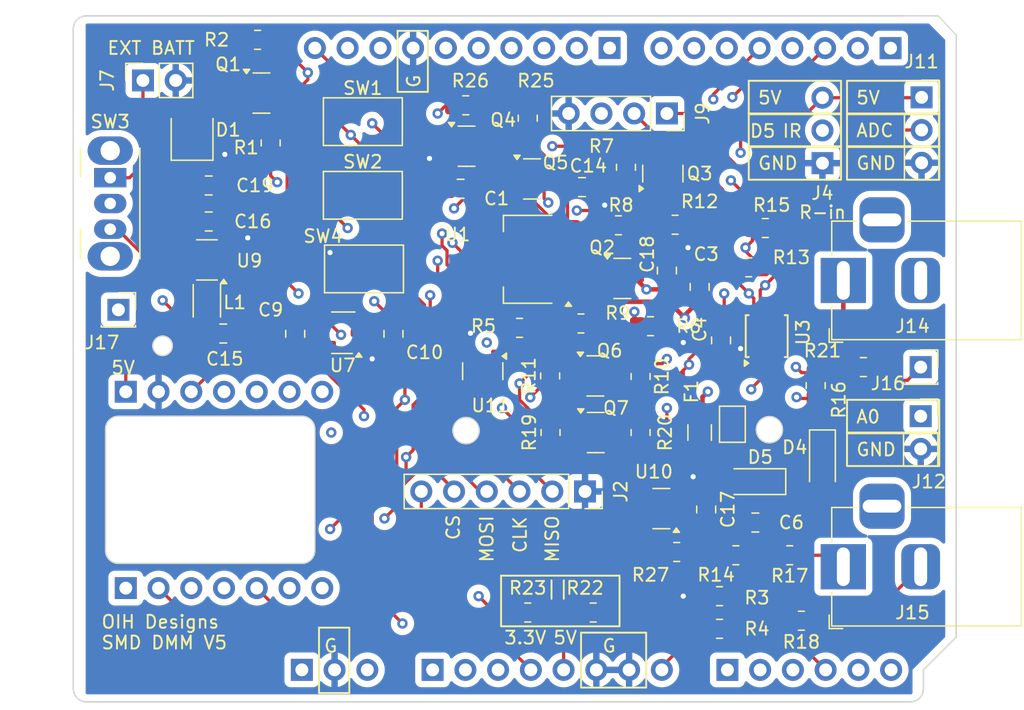
<source format=kicad_pcb>
(kicad_pcb (version 20240108) (generator "pcbnew") (generator_version "8.0")
  (layers (0 "F.Cu" signal) (1 "In1.Cu" signal) (2 "In2.Cu" signal) (31 "B.Cu" signal) (34 "B.Paste" user) (35 "F.Paste" user) (36 "B.SilkS" user "B.Silkscreen") (37 "F.SilkS" user "F.Silkscreen") (38 "B.Mask" user) (39 "F.Mask" user) (44 "Edge.Cuts" user))
  (net 0 "")
  (net 1 "GND")
  (net 2 "Resistor_Input")
  (net 3 "SDA")
  (net 4 "D6~")
  (net 5 "D7")
  (net 6 "+9V")
  (net 7 "SCL")
  (net 8 "V_Input_REF")
  (net 9 "V_Input_Float")
  (net 10 "ADS_ADDR")
  (net 11 "/V Ref to ADS")
  (net 12 "/R Circuit I Output")
  (net 13 "ADS_ALERT")
  (net 14 "/V Signal to ADS")
  (net 15 "A0{slash}D14")
  (net 16 "A2{slash}D16")
  (net 17 "D3~")
  (net 18 "VDD")
  (net 19 "I_Input")
  (net 20 "Net-(Q3-B)")
  (net 21 "D10~")
  (net 22 "D9~")
  (net 23 "D5~ (IR)")
  (net 24 "A1{slash}D15")
  (net 35 "Net-(Q1-C)")
  (net 36 "Net-(Q1-B)")
  (net 37 "Net-(Q2-G)")
  (net 38 "Net-(U1-VO)")
  (net 41 "A3{slash}D17")
  (net 42 "Net-(D1-A)")
  (net 43 "Net-(F1-Pad1)")
  (net 44 "+BATT")
  (net 45 "CS")
  (net 46 "Net-(Q4-C)")
  (net 47 "Net-(Q4-B)")
  (net 48 "Net-(Q5-E)")
  (net 49 "Net-(U7-C1-)")
  (net 50 "Net-(U7-C1+)")
  (net 51 "MISO")
  (net 52 "+3V3")
  (net 53 "Net-(U9-SW)")
  (net 54 "XIAO 5V")
  (net 55 "XIAO Batt Pin")
  (net 56 "MOSI")
  (net 57 "CLK")
  (net 58 "SDA-5V")
  (net 59 "SCL-5V")
  (net 60 "/R into ADS")
  (net 61 "+VSW")
  (net 62 "/Uno5vPin")
  (footprint "Capacitor_SMD:C_0805_2012Metric_Pad1.18x1.45mm_HandSolder" (layer "F.Cu") (at 128.660305 73.49413 90)
    (property "Reference" "C4")
    (property "Value" "0.1uF")
  )
  (footprint "Resistor_SMD:R_0805_2012Metric_Pad1.20x1.40mm_HandSolder" (layer "F.Cu") (at 128.54 95.88 180)
    (property "Reference" "R4")
    (property "Value" "100K")
  )
  (footprint "Connector_PinSocket_2.54mm:PinSocket_1x01_P2.54mm_Vertical" (layer "F.Cu") (at 144.145 75.565)
    (property "Reference" "J16")
    (property "Value" "Conn_01x01_Socket")
  )
  (footprint "Library:PinHeader_1x10_P2.54mm_Vertical_NoBox" (layer "F.Cu") (at 120.015 50.8 -90)
    (property "Reference" "J8" (hide yes))
    (property "Value" "DIGITAL2")
  )
  (footprint "Resistor_SMD:R_0805_2012Metric_Pad1.20x1.40mm_HandSolder" (layer "F.Cu") (at 125.095 64.516 180)
    (property "Reference" "R12")
    (property "Value" "75K")
  )
  (footprint "Resistor_SMD:R_0805_2012Metric_Pad1.20x1.40mm_HandSolder" (layer "F.Cu") (at 130.81 67.818)
    (property "Reference" "R13")
    (property "Value" "1K")
  )
  (footprint "Resistor_SMD:R_0805_2012Metric_Pad1.20x1.40mm_HandSolder" (layer "F.Cu") (at 125.222 89.916)
    (property "Reference" "R27")
    (property "Value" "4.7K")
  )
  (footprint "Package_TO_SOT_SMD:SOT-223-3_TabPin2" (layer "F.Cu") (at 113.69 67.19875 180)
    (property "Reference" "U1")
    (property "Value" "LM317_TO-220")
  )
  (footprint "Jumper:SolderJumper-2_P1.3mm_Bridged_Pad1.0x1.5mm" (layer "F.Cu") (at 129.54 80 90)
    (property "Reference" "JP6" (hide yes))
    (property "Value" "Jumper_2_Bridged")
  )
  (footprint "Capacitor_SMD:C_0805_2012Metric_Pad1.18x1.45mm_HandSolder" (layer "F.Cu") (at 88.9215 61.468)
    (property "Reference" "C19")
    (property "Value" "22uF")
  )
  (footprint "Resistor_SMD:R_0805_2012Metric_Pad1.20x1.40mm_HandSolder" (layer "F.Cu") (at 118.745 94.615 180)
    (property "Reference" "R22")
    (property "Value" "0")
  )
  (footprint "Resistor_SMD:R_0805_2012Metric_Pad1.20x1.40mm_HandSolder" (layer "F.Cu") (at 108.855 55.245 180)
    (property "Reference" "R26")
    (property "Value" "1K")
  )
  (footprint "Package_SO:TSSOP-10_3x3mm_P0.5mm" (layer "F.Cu") (at 132.200305 73.15913 90)
    (property "Reference" "U3")
    (property "Value" "ADS1115IDGS")
  )
  (footprint "Resistor_SMD:R_0805_2012Metric_Pad1.20x1.40mm_HandSolder" (layer "F.Cu") (at 134.89 95.25 180)
    (property "Reference" "R18")
    (property "Value" "499.0K")
  )
  (footprint "Library:PinHeader_1x06_P2.54mm_Vertical_NoBox" (layer "F.Cu") (at 129.151624 99.067665 90)
    (property "Reference" "J10" (hide yes))
    (property "Value" "ANALOG")
  )
  (footprint "Package_TO_SOT_SMD:SOT-23" (layer "F.Cu") (at 124.145 60.54625 90)
    (property "Reference" "Q3")
    (property "Value" "MMBT3904")
  )
  (footprint "Resistor_SMD:R_0805_2012Metric_Pad1.20x1.40mm_HandSolder" (layer "F.Cu") (at 129.81 90.17)
    (property "Reference" "R14")
    (property "Value" "22.0K")
  )
  (footprint "Resistor_SMD:R_0805_2012Metric_Pad1.20x1.40mm_HandSolder" (layer "F.Cu") (at 121.285 60.055 -90)
    (property "Reference" "R7")
    (property "Value" "22K")
  )
  (footprint "Package_TO_SOT_SMD:SOT-23" (layer "F.Cu") (at 124.0305 86.548 180)
    (property "Reference" "U10")
    (property "Value" "LM4040DBZ-2.5")
  )
  (footprint "Resistor_SMD:R_0805_2012Metric_Pad1.20x1.40mm_HandSolder" (layer "F.Cu") (at 128.54 93.345)
    (property "Reference" "R3")
    (property "Value" "22K")
  )
  (footprint "Connector_PinSocket_2.54mm:PinSocket_1x03_P2.54mm_Vertical" (layer "F.Cu") (at 144.215 54.625)
    (property "Reference" "J11")
    (property "Value" "I_Input")
  )
  (footprint "Resistor_SMD:R_0805_2012Metric_Pad1.20x1.40mm_HandSolder" (layer "F.Cu") (at 113.03 72.51875)
    (property "Reference" "R5")
    (property "Value" "62.0")
  )
  (footprint "Resistor_SMD:R_0805_2012Metric_Pad1.20x1.40mm_HandSolder" (layer "F.Cu") (at 117.795 72.17875)
    (property "Reference" "R9")
    (property "Value" "22.0K")
  )
  (footprint "Button_Switch_SMD:SW_SPST_CK_RS282G05A3" (layer "F.Cu") (at 100.965 67.945 180)
    (property "Reference" "SW4")
    (property "Value" "SW_Push")
  )
  (footprint "Resistor_SMD:R_0805_2012Metric_Pad1.20x1.40mm_HandSolder" (layer "F.Cu") (at 93.726 58.166 -90)
    (property "Reference" "R1")
    (property "Value" "500")
  )
  (footprint "Capacitor_SMD:C_0805_2012Metric_Pad1.18x1.45mm_HandSolder" (layer "F.Cu") (at 95.631 72.9805 -90)
    (property "Reference" "C9")
    (property "Value" "4.7uF")
  )
  (footprint "Resistor_SMD:R_0805_2012Metric_Pad1.20x1.40mm_HandSolder" (layer "F.Cu") (at 113.665 94.615 180)
    (property "Reference" "R23")
    (property "Value" "0")
  )
  (footprint "Button_Switch_SMD:SW_SPST_CK_RS282G05A3" (layer "F.Cu") (at 100.875 62.23)
    (property "Reference" "SW2")
    (property "Value" "SW_Push")
  )
  (footprint "Package_TO_SOT_SMD:SOT-23" (layer "F.Cu") (at 110.175 75.88 -90)
    (property "Reference" "U11")
    (property "Value" "LM4040DBZ-5")
  )
  (footprint "Button_Switch_SMD:SW_SPST_CK_RS282G05A3" (layer "F.Cu") (at 100.875 56.515)
    (property "Reference" "SW1")
    (property "Value" "SW_Push")
  )
  (footprint "Connector_PinSocket_2.54mm:PinSocket_1x02_P2.54mm_Vertical" (layer "F.Cu") (at 144.145 79.375)
    (property "Reference" "J12")
    (property "Value" "Conn_01x02_Pin")
  )
  (footprint "Resistor_SMD:R_0805_2012Metric_Pad1.20x1.40mm_HandSolder" (layer "F.Cu") (at 133.985 90.17 180)
    (property "Reference" "R17")
    (property "Value" "499.0K")
  )
  (footprint "Package_TO_SOT_SMD:SOT-23-5" (layer "F.Cu") (at 88.7785 67.244 180)
    (property "Reference" "U9")
    (property "Value" "TPS613222ADBV")
  )
  (footprint "Resistor_SMD:R_0805_2012Metric_Pad1.20x1.40mm_HandSolder" (layer "F.Cu") (at 122.42 76.295 -90)
    (property "Reference" "R10")
    (property "Value" "10K")
  )
  (footprint "Package_TO_SOT_SMD:SOT-23-5_HandSoldering" (layer "F.Cu") (at 99.361 72.898 180)
    (property "Reference" "U7")
    (property "Value" "MAX1683")
  )
  (footprint "Connector_BarrelJack:BarrelJack_Horizontal" (layer "F.Cu") (at 138.145 91.06 180)
    (property "Reference" "J15")
    (property "Value" "Barrel_Jack")
  )
  (footprint "Package_TO_SOT_SMD:SOT-23" (layer "F.Cu") (at 121.0025 68.68375)
    (property "Reference" "Q2")
    (property "Value" "SI2302 MOSFET")
  )
  (footprint "Capacitor_SMD:C_0805_2012Metric_Pad1.18x1.45mm_HandSolder" (layer "F.Cu") (at 131.318 87.63)
    (property "Reference" "C6")
    (property "Value" "? DNP")
  )
  (footprint "Connector_PinSocket_2.54mm:PinSocket_1x01_P2.54mm_Vertical" (layer "F.Cu") (at 81.915 71.12)
    (property "Reference" "J17")
    (property "Value" "Conn_01x01_Socket")
  )
  (footprint "Diode_SMD:D_SOD-123" (layer "F.Cu") (at 136.525 82.804 -90)
    (property "Reference" "D4")
    (property "Value" "D_Schottky")
  )
  (footprint "Resistor_SMD:R_0805_2012Metric_Pad1.20x1.40mm_HandSolder" (layer "F.Cu") (at 115.405 76.25 90)
    (property "Reference" "R11")
    (property "Value" "10K")
  )
  (footprint "Resistor_SMD:R_0805_2012Metric_Pad1.20x1.40mm_HandSolder" (layer "F.Cu") (at 123.19 72.39 180)
    (property "Reference" "R6")
    (property "Value" "330.0")
  )
  (footprint "Capacitor_SMD:C_0805_2012Metric_Pad1.18x1.45mm_HandSolder" (layer "F.Cu") (at 103.251 72.9805 90)
    (property "Reference" "C10")
    (property "Value" "4.7uF")
  )
  (footprint "Resistor_SMD:R_0805_2012Metric_Pad1.20x1.40mm_HandSolder" (layer "F.Cu") (at 136 77 90)
    (property "Reference" "R16")
    (property "Value" "1K")
  )
  (footprint "Package_TO_SOT_SMD:SOT-23" (layer "F.Cu") (at 118.9125 76.25)
    (property "Reference" "Q6")
    (property "Value" "BSS138")
  )
  (footprint "Resistor_SMD:R_0805_2012Metric_Pad1.20x1.40mm_HandSolder" (layer "F.Cu") (at 139.7 75.565)
    (property "Reference" "R21")
    (property "Value" "0")
  )
  (footprint "Package_TO_SOT_SMD:SOT-23" (layer "F.Cu") (at 93.0125 54.295)
    (property "Reference" "Q1")
    (property "Value" "MMBT3904" (hide yes))
  )
  (footprint "Library:PinHeader_1x08_P2.54mm_Vertical_NoBox" (layer "F.Cu") (at 106.287792 99.06511 90)
    (property "Reference" "J6" (hide yes))
    (property "Value" "POWER1")
  )
  (footprint "Fuse:Fuse_1206_3216Metric_Pad1.42x1.75mm_HandSolder" (layer "F.Cu") (at 127 80.645 -90)
    (property "Reference" "F1")
    (property "Value" "Fuse")
  )
  (footprint "Connector_PinSocket_2.54mm:PinSocket_1x07_P2.54mm_Vertical" (layer "F.Cu") (at 82.487996 92.719534 90)
    (property "Reference" "J3" (hide yes))
    (property "Value" "Conn_01x07_Pin")
  )
  (footprint "Diode_SMD:D_SOD-123" (layer "F.Cu") (at 131.318 84.455 180)
    (property "Reference" "D5")
    (property "Value" "D_Schottky")
  )
  (footprint "Resistor_SMD:R_0805_2012Metric_Pad1.20x1.40mm_HandSolder" (layer "F.Cu") (at 120.7 64.55875)
    (property "Reference" "R8")
    (property "Value" "4.7K")
  )
  (footprint "Library:PinHeader_1x08_P2.54mm_Vertical_NoBox" (layer "F.Cu") (at 141.809463 50.808987 -90)
    (property "Reference" "J13" (hide yes))
    (property "Value" "DIGITAL1")
  )
  (footprint "Connector_BarrelJack:BarrelJack_Horizontal" (layer "F.Cu") (at 138.145 68.835 180)
    (property "Reference" "J14")
    (property "Value" "Barrel_Jack")
  )
  (footprint "Capacitor_SMD:C_0805_2012Metric_Pad1.18x1.45mm_HandSolder" (layer "F.Cu") (at 108.458 61.722 180)
    (property "Reference" "C1")
    (property "Value" "0.47uF")
  )
  (footprint "Library:PinHeader_1x03_P2.54mm_Vertical_NoBox" (layer "F.Cu") (at 136.525 59.735 180)
    (property "Reference" "J4")
    (property "Value" "IR Connection")
  )
  (footprint "Capacitor_SMD:C_0805_2012Metric_Pad1.18x1.45mm_HandSolder" (layer "F.Cu") (at 127 69.342 90)
    (property "Reference" "C3")
    (property "Value" "2.2uF")
  )
  (footprint "Connector_PinSocket_2.54mm:PinSocket_1x02_P2.54mm_Vertical" (layer "F.Cu") (at 83.82 53.315 90)
    (property "Reference" "J7")
    (property "Value" "Conn_01x02_Pin")
  )
  (footprint "Resistor_SMD:R_0805_2012Metric_Pad1.20x1.40mm_HandSolder" (layer "F.Cu") (at 92.71 50.165 180)
    (property "Reference" "R2")
    (property "Value" "1K")
  )
  (footprint "Connector_PinSocket_2.54mm:PinSocket_1x07_P2.54mm_Vertical" (layer "F.Cu") (at 82.487996 77.479534 90)
    (property "Reference" "J1" (hide yes))
    (property "Value" "Conn_01x07_Pin")
  )
  (footprint "Resistor_SMD:R_0805_2012Metric_Pad1.20x1.40mm_HandSolder" (layer "F.Cu") (at 115.435 80.645 90)
    (property "Reference" "R19")
    (property "Value" "10K")
  )
  (footprint "Capacitor_SMD:C_0805_2012Metric_Pad1.18x1.45mm_HandSolder" (layer "F.Cu") (at 127.508 86.614 -90)
    (property "Reference" "C17")
    (property "Value" "0.1uF")
  )
  (footprint "Inductor_SMD:L_Murata_DFE201610P" (layer "F.Cu") (at 88.7785 70.419 90)
    (property "Reference" "L1")
    (property "Value" "2.2uH")
  )
  (footprint "Connector_PinSocket_2.54mm:PinSocket_1x04_P2.54mm_Vertical" (layer "F.Cu") (at 124.46 55.88 -90)
    (property "Reference" "J9")
    (property "Value" "Out to Screen")
  )
  (footprint "LED_SMD:LED_Luminus_MP-3030-1100_3.0x3.0mm" (layer "F.Cu") (at 87.63 57.89 90)
    (property "Reference" "D1")
    (property "Value" "LED")
  )
  (footprint "Resistor_SMD:R_0805_2012Metric_Pad1.20x1.40mm_HandSolder" (layer "F.Cu") (at 132.096 64.77 180)
    (property "Reference" "R15")
    (property "Value" "1K")
  )
  (footprint "Package_TO_SOT_SMD:SOT-23" (layer "F.Cu") (at 118.9425 80.645)
    (property "Reference" "Q7")
    (property "Value" "BSS138")
  )
  (footprint "Capacitor_SMD:C_0805_2012Metric_Pad1.18x1.45mm_HandSolder" (layer "F.Cu") (at 117.8775 61.595)
    (property "Reference" "C14")
    (property "Value" "2.2uF")
  )
  (footprint "Resistor_SMD:R_0805_2012Metric_Pad1.20x1.40mm_HandSolder" (layer "F.Cu") (at 122.42 80.645 90)
    (property "Reference" "R20")
    (property "Value" "10K")
  )
  (footprint "Package_TO_SOT_SMD:SOT-23" (layer "F.Cu") (at 108.9175 58.42)
    (property "Reference" "Q4")
    (property "Value" "MMBT3904")
  )
  (footprint "Capacitor_SMD:C_0805_2012Metric_Pad1.18x1.45mm_HandSolder" (layer "F.Cu") (at 90.0485 72.959)
    (property "Reference" "C15")
    (property "Value" "4.7uF")
  )
  (footprint "Connector_PinSocket_2.54mm:PinSocket_1x06_P2.54mm_Vertical" (layer "F.Cu") (at 118.11 85.217 -90)
    (property "Reference" "J2")
    (property "Value" "MicoSD")
  )
  (footprint "Package_TO_SOT_SMD:SOT-23" (layer "F.Cu") (at 113.9975 60.96)
    (property "Reference" "Q5")
    (property "Value" "MMBT3904")
  )
  (footprint "Button_Switch_THT:SW_Slide_SPDT_Angled_CK_OS102011MA1Q" (layer "F.Cu") (at 81.28 60.865 -90)
    (property "Reference" "SW3")
    (property "Value" "SW_SPDT")
  )
  (footprint "Library:PinHeader_1x03_P2.54mm_Vertical_NoBox" (layer "F.Cu") (at 96.143981 99.063151 90)
    (property "Reference" "J5" (hide yes))
    (property "Value" "POWER2")
  )
  (footprint "Capacitor_SMD:C_0805_2012Metric_Pad1.18x1.45mm_HandSolder" (layer "F.Cu") (at 88.9215 64.262)
    (property "Reference" "C16")
    (property "Value" "22uF")
  )
  (footprint "Capacitor_SMD:C_0805_2012Metric_Pad1.18x1.45mm_HandSolder" (layer "F.Cu") (at 124.46 68.072 90)
    (property "Reference" "C18")
    (property "Value" "1uF")
  )
  (footprint "Resistor_SMD:R_0805_2012Metric_Pad1.20x1.40mm_HandSolder" (layer "F.Cu") (at 113.665 56.245 -90)
    (property "Reference" "R25")
    (property "Value" "1K")
  )
  (gr_rect (start 138.43 78.105) (end 145.585 80.705) (stroke (width 0.15)) (fill none) (layer "F.SilkS"))
  (gr_rect (start 111.597402 91.752692) (end 120.786111 95.683458) (stroke (width 0.15)) (fill none) (layer "F.SilkS"))
  (gr_rect (start 103.567758 49.467044) (end 105.91855 54.201136) (stroke (width 0.15)) (fill none) (layer "F.SilkS"))
  (gr_rect (start 130.81 53.34) (end 137.965 55.94) (stroke (width 0.15)) (fill none) (layer "F.SilkS"))
  (gr_rect (start 138.43 80.645) (end 145.585 83.245) (stroke (width 0.15)) (fill none) (layer "F.SilkS"))
  (gr_rect (start 117.800432 96.176612) (end 122.849754 100.44112) (stroke (width 0.15)) (fill none) (layer "F.SilkS"))
  (gr_rect (start 97.477467 95.788603) (end 99.825034 100.86181) (stroke (width 0.15)) (fill none) (layer "F.SilkS"))
  (gr_rect (start 130.81 58.42) (end 137.965 61.02) (stroke (width 0.15)) (fill none) (layer "F.SilkS"))
  (gr_rect (start 138.43 53.34) (end 145.585 55.94) (stroke (width 0.15)) (fill none) (layer "F.SilkS"))
  (gr_rect (start 138.43 55.88) (end 145.585 58.48) (stroke (width 0.15)) (fill none) (layer "F.SilkS"))
  (gr_rect (start 130.81 55.88) (end 137.965 58.48) (stroke (width 0.15)) (fill none) (layer "F.SilkS"))
  (gr_rect (start 138.43 58.42) (end 145.585 61.02) (stroke (width 0.15)) (fill none) (layer "F.SilkS"))
  (gr_line (start 79.155572 48.342318) (end 79.409482 48.3) (stroke (width 0.12)) (layer "Edge.Cuts"))
  (gr_arc (start 80.915 80.375) (mid 81.207893 79.667893) (end 81.915 79.375) (stroke (width 0.1)) (layer "Edge.Cuts"))
  (gr_line (start 78.711229 48.596228) (end 78.922821 48.448114) (stroke (width 0.12)) (layer "Edge.Cuts"))
  (gr_line (start 78.922821 101.423045) (end 78.711229 101.253771) (stroke (width 0.12)) (layer "Edge.Cuts"))
  (gr_circle (center 85.344 73.914) (end 86.106 73.914) (stroke (width 0.1)) (fill none) (layer "Edge.Cuts"))
  (gr_line (start 146.899617 96.521794) (end 144.360514 99.060897) (stroke (width 0.12)) (layer "Edge.Cuts"))
  (gr_line (start 79.409482 48.3) (end 142.837052 48.3) (stroke (width 0.12)) (layer "Edge.Cuts"))
  (gr_line (start 79.155572 101.507681) (end 78.922821 101.423045) (stroke (width 0.12)) (layer "Edge.Cuts"))
  (gr_line (start 144.318196 100.809428) (end 144.233559 101.042179) (stroke (width 0.12)) (layer "Edge.Cuts"))
  (gr_line (start 144.233559 101.042179) (end 144.064285 101.253771) (stroke (width 0.12)) (layer "Edge.Cuts"))
  (gr_line (start 143.852694 101.423045) (end 143.619942 101.507681) (stroke (width 0.12)) (layer "Edge.Cuts"))
  (gr_line (start 78.415 49.315641) (end 78.457318 49.040571) (stroke (width 0.12)) (layer "Edge.Cuts"))
  (gr_line (start 144.360514 99.060897) (end 144.360514 100.555518) (stroke (width 0.12)) (layer "Edge.Cuts"))
  (gr_line (start 97.155 80.375) (end 97.155 89.805) (stroke (width 0.1)) (layer "Edge.Cuts"))
  (gr_line (start 145.5 48.3) (end 146.9 49.8) (stroke (width 0.1)) (layer "Edge.Cuts"))
  (gr_arc (start 81.915 90.805) (mid 81.207893 90.512107) (end 80.915 89.805) (stroke (width 0.1)) (layer "Edge.Cuts"))
  (gr_line (start 78.457318 100.809428) (end 78.415 100.555518) (stroke (width 0.12)) (layer "Edge.Cuts"))
  (gr_line (start 143.619942 101.507681) (end 143.366032 101.55) (stroke (width 0.12)) (layer "Edge.Cuts"))
  (gr_arc (start 96.155 79.375) (mid 96.862107 79.667893) (end 97.155 80.375) (stroke (width 0.1)) (layer "Edge.Cuts"))
  (gr_line (start 144.064285 101.253771) (end 143.852694 101.423045) (stroke (width 0.12)) (layer "Edge.Cuts"))
  (gr_line (start 78.711229 101.253771) (end 78.541955 101.042179) (stroke (width 0.12)) (layer "Edge.Cuts"))
  (gr_line (start 79.409482 101.55) (end 79.155572 101.507681) (stroke (width 0.12)) (layer "Edge.Cuts"))
  (gr_circle (center 108.880463 80.491437) (end 109.866264 80.21633) (stroke (width 0.1)) (fill none) (layer "Edge.Cuts"))
  (gr_line (start 81.915 90.805) (end 96.155 90.805) (stroke (width 0.1)) (layer "Edge.Cuts"))
  (gr_line (start 144.360514 100.555518) (end 144.318196 100.809428) (stroke (width 0.12)) (layer "Edge.Cuts"))
  (gr_line (start 78.415 100.555518) (end 78.415 49.315641) (stroke (width 0.12)) (layer "Edge.Cuts"))
  (gr_line (start 96.155 79.375) (end 81.915 79.375) (stroke (width 0.1)) (layer "Edge.Cuts"))
  (gr_circle (center 132.410332 80.422661) (end 133.396133 80.147554) (stroke (width 0.1)) (fill none) (layer "Edge.Cuts"))
  (gr_line (start 143.366032 101.55) (end 79.409482 101.55) (stroke (width 0.12)) (layer "Edge.Cuts"))
  (gr_line (start 78.541955 48.80782) (end 78.711229 48.596228) (stroke (width 0.12)) (layer "Edge.Cuts"))
  (gr_line (start 78.541955 101.042179) (end 78.457318 100.809428) (stroke (width 0.12)) (layer "Edge.Cuts"))
  (gr_arc (start 97.155 89.805) (mid 96.862107 90.512107) (end 96.155 90.805) (stroke (width 0.1)) (layer "Edge.Cuts"))
  (gr_line (start 80.915 89.805) (end 80.915 80.375) (stroke (width 0.1)) (layer "Edge.Cuts"))
  (gr_line (start 146.9 49.8) (end 146.899617 63.788527) (stroke (width 0.1)) (layer "Edge.Cuts"))
  (gr_line (start 78.922821 48.448114) (end 79.155572 48.342318) (stroke (width 0.12)) (layer "Edge.Cuts"))
  (gr_line (start 78.457318 49.040571) (end 78.541955 48.80782) (stroke (width 0.12)) (layer "Edge.Cuts"))
  (gr_line (start 142.837052 48.3) (end 145.5 48.3) (stroke (width 0.1)) (layer "Edge.Cuts"))
  (gr_line (start 146.899617 63.788527) (end 146.899617 96.521794) (stroke (width 0.12)) (layer "Edge.Cuts"))
  (gr_text "CS" (at 107.887744 88.00333 90) (layer "F.SilkS") (effects (font (size 1 1))))
  (gr_text "ADC" (at 139.065 57.785 0) (layer "F.SilkS") (effects (font (size 1 1)) (justify left bottom)))
  (gr_text "IR" (at 133.35 57.83 0) (layer "F.SilkS") (effects (font (size 1 1)) (justify left bottom)))
  (gr_text "G" (at 97.79 97.79 0) (layer "F.SilkS") (effects (font (size 1 1)) (justify left bottom)))
  (gr_text "5V" (at 81.28 76.2 0) (layer "F.SilkS") (effects (font (size 1 1)) (justify left bottom)))
  (gr_text "||" (at 114.935 93.345 0) (layer "F.SilkS") (effects (font (size 1 1)) (justify left bottom)))
  (gr_text "GND" (at 131.445 60.325 0) (layer "F.SilkS") (effects (font (size 1 1)) (justify left bottom)))
  (gr_text "G" (at 105.41 53.975 90) (layer "F.SilkS") (effects (font (size 1 1)) (justify left bottom)))
  (gr_text "R-in" (at 134.62 64.135 0) (layer "F.SilkS") (effects (font (size 1 1)) (justify left bottom)))
  (gr_text "5V" (at 139.065 55.245 0) (layer "F.SilkS") (effects (font (size 1 1)) (justify left bottom)))
  (gr_text "CLK" (at 113.068933 88.576471 90) (layer "F.SilkS") (effects (font (size 1 1))))
  (gr_text "GND" (at 139.065 82.55 0) (layer "F.SilkS") (effects (font (size 1 1)) (justify left bottom)))
  (gr_text "5V" (at 131.445 55.245 0) (layer "F.SilkS") (effects (font (size 1 1)) (justify left bottom)))
  (gr_text "MOSI" (at 110.49 88.9 90) (layer "F.SilkS") (effects (font (size 1 1))))
  (gr_text "G" (at 119.38 97.79 0) (layer "F.SilkS") (effects (font (size 1 1)) (justify left bottom)))
  (gr_text "A0" (at 139.065 80.01 0) (layer "F.SilkS") (effects (font (size 1 1)) (justify left bottom)))
  (gr_text "3.3V" (at 111.76 97.155 0) (layer "F.SilkS") (effects (font (size 1 1)) (justify left bottom)))
  (gr_text "MISO" (at 115.57 88.9 90) (layer "F.SilkS") (effects (font (size 1 1))))
  (gr_text "EXT BATT" (at 84.455 50.8 0) (layer "F.SilkS") (effects (font (size 1 1))))
  (gr_text "GND" (at 139.065 60.325 0) (layer "F.SilkS") (effects (font (size 1 1)) (justify left bottom)))
  (gr_text "5V" (at 115.57 97.155 0) (layer "F.SilkS") (effects (font (size 1 1)) (justify left bottom)))
  (gr_text "OIH Designs\nSMD DMM V5" (at 80.518 97.536 0) (layer "F.SilkS") (effects (font (size 1 1)) (justify left bottom)))
  (gr_text "D5" (at 130.81 57.83 0) (layer "F.SilkS") (effects (font (size 1 1)) (justify left bottom)))
  (segment (start 104.775 58.36) (end 105.785 59.37) (width 0.25) (layer "F.Cu") (net 1))
  (segment (start 87.63 58.465) (end 89.58 58.465) (width 0.25) (layer "F.Cu") (net 1))
  (segment (start 130.175 74.12913) (end 131.845305 74.12913) (width 0.25) (layer "F.Cu") (net 1))
  (segment (start 125.73 73.66) (end 125.46 73.66) (width 0.25) (layer "F.Cu") (net 1))
  (segment (start 107.5475 61.8275) (end 107.5475 59.8025) (width 0.25) (layer "F.Cu") (net 1))
  (segment (start 127.508 85.09) (end 126.492 84.074) (width 0.25) (layer "F.Cu") (net 1))
  (segment (start 125.46 73.66) (end 124.19 72.39) (width 0.25) (layer "F.Cu") (net 1))
  (segment (start 124.018 86.548) (end 124.968 85.598) (width 0.25) (layer "F.Cu") (net 1))
  (segment (start 89.58 58.465) (end 90.17 59.055) (width 0.25) (layer "F.Cu") (net 1))
  (segment (start 87.63 58.465) (end 87.23 58.465) (width 0.25) (layer "F.Cu") (net 1))
  (segment (start 125.095 62.73375) (end 126.095 63.73375) (width 0.25) (layer "F.Cu") (net 1))
  (segment (start 104.865 62.32) (end 104.775 62.23) (width 0.25) (layer "F.Cu") (net 1))
  (segment (start 129.062805 74.12913) (end 128.660305 74.53163) (width 0.25) (layer "F.Cu") (net 1))
  (segment (start 125.2005 66.294) (end 124.46 67.0345) (width 0.25) (layer "F.Cu") (net 1))
  (segment (start 123.093 86.548) (end 124.018 86.548) (width 0.25) (layer "F.Cu") (net 1))
  (segment (start 128.0575 82.1325) (end 129.54 80.65) (width 0.25) (layer "F.Cu") (net 1))
  (segment (start 109.225 73.02) (end 109.225 72.935) (width 0.25) (layer "F.Cu") (net 1))
  (segment (start 109.225 73.03) (end 109.22 73.025) (width 0.25) (layer "F.Cu") (net 1))
  (segment (start 104.775 62.23) (end 106.9125 62.23) (width 0.25) (layer "F.Cu") (net 1))
  (segment (start 109.225 74.9425) (end 109.225 73.03) (width 0.25) (layer "F.Cu") (net 1))
  (segment (start 127.508 85.5765) (end 127.508 85.09) (width 0.25) (layer "F.Cu") (net 1))
  (segment (start 110.175 76.8175) (end 110.175 75.8925) (width 0.25) (layer "F.Cu") (net 1))
  (segment (start 104.775 57.15) (end 104.775 58.36) (width 0.25) (layer "F.Cu") (net 1))
  (segment (start 106.045 59.37) (end 105.785 59.37) (width 0.25) (layer "F.Cu") (net 1))
  (segment (start 127 83.566) (end 127 82.1325) (width 0.25) (layer "F.Cu") (net 1))
  (segment (start 125.095 61.48375) (end 125.095 62.73375) (width 0.25) (layer "F.Cu") (net 1))
  (segment (start 126.095 63.73375) (end 126.095 67.3995) (width 0.25) (layer "F.Cu") (net 1))
  (segment (start 130.175 74.12913) (end 129.062805 74.12913) (width 0.25) (layer "F.Cu") (net 1))
  (segment (start 107.5475 59.8025) (end 107.98 59.37) (width 0.25) (layer "F.Cu") (net 1))
  (segment (start 110.175 75.8925) (end 109.225 74.9425) (width 0.25) (layer "F.Cu") (net 1))
  (segment (start 131.845305 74.12913) (end 132.200305 74.48413) (width 0.25) (layer "F.Cu") (net 1))
  (segment (start 127 82.1325) (end 128.0575 82.1325) (width 0.25) (layer "F.Cu") (net 1))
  (segment (start 109.22 73.025) (end 109.225 73.02) (width 0.25) (layer "F.Cu") (net 1))
  (segment (start 118.915 61.595) (end 118.915 62.273) (width 0.25) (layer "F.Cu") (net 1))
  (segment (start 126.492 84.074) (end 124.968 85.598) (width 0.25) (layer "F.Cu") (net 1))
  (segment (start 106.9125 62.23) (end 107.4205 61.722) (width 0.25) (layer "F.Cu") (net 1))
  (segment (start 126.095 66.294) (end 125.2005 66.294) (width 0.25) (layer "F.Cu") (net 1))
  (segment (start 118.915 62.273) (end 119.634 62.992) (width 0.25) (layer "F.Cu") (net 1))
  (segment (start 102.339 74.93) (end 103.251 74.018) (width 0.25) (layer "F.Cu") (net 1))
  (segment (start 125.73 93.345) (end 127.54 93.345) (width 0.25) (layer "F.Cu") (net 1))
  (segment (start 132.200305 74.48413) (end 132.200305 75.30913) (width 0.25) (layer "F.Cu") (net 1))
  (segment (start 126.095 67.3995) (end 127 68.3045) (width 0.25) (layer "F.Cu") (net 1))
  (segment (start 103.081 73.848) (end 103.251 74.018) (width 0.25) (layer "F.Cu") (net 1))
  (segment (start 98.335 66.675) (end 97.065 67.945) (width 0.25) (layer "F.Cu") (net 1))
  (segment (start 129.54 80.65) (end 130 80.65) (width 0.25) (layer "F.Cu") (net 1))
  (segment (start 107.98 59.37) (end 106.045 59.37) (width 0.25) (layer "F.Cu") (net 1))
  (segment (start 129.668 84.455) (end 128.6295 84.455) (width 0.25) (layer "F.Cu") (net 1))
  (segment (start 100.711 73.848) (end 103.081 73.848) (width 0.25) (layer "F.Cu") (net 1))
  (segment (start 103.294 73.975) (end 103.251 74.018) (width 0.25) (layer "F.Cu") (net 1))
  (segment (start 126.492 84.074) (end 127 83.566) (width 0.25) (layer "F.Cu") (net 1))
  (segment (start 101.6 74.93) (end 102.339 74.93) (width 0.25) (layer "F.Cu") (net 1))
  (segment (start 128.6295 84.455) (end 127.508 85.5765) (width 0.25) (layer "F.Cu") (net 1))
  (via (at 106.045 59.37) (size 0.8) (drill 0.4) (layers "F.Cu" "B.Cu") (net 1))
  (via (at 125.73 93.345) (size 0.8) (drill 0.4) (layers "F.Cu" "B.Cu") (net 1))
  (via (at 91.948 65.532) (size 0.8) (drill 0.4) (layers "F.Cu" "B.Cu") (net 1))
  (via (at 90.17 59.055) (size 0.8) (drill 0.4) (layers "F.Cu" "B.Cu") (net 1))
  (via (at 101.6 74.93) (size 0.8) (drill 0.4) (layers "F.Cu" "B.Cu") (net 1))
  (via (at 125.73 73.66) (size 0.8) (drill 0.4) (layers "F.Cu" "B.Cu") (net 1))
  (via (at 126.492 84.074) (size 0.8) (drill 0.4) (layers "F.Cu" "B.Cu") (net 1))
  (via (at 119.634 62.992) (size 0.8) (drill 0.4) (layers "F.Cu" "B.Cu") (net 1))
  (via (at 98.335 66.675) (size 0.8) (drill 0.4) (layers "F.Cu" "B.Cu") (net 1))
  (via (at 109.225 72.935) (size 0.8) (drill 0.4) (layers "F.Cu" "B.Cu") (net 1))
  (via (at 130.175 74.12913) (size 0.8) (drill 0.4) (layers "F.Cu" "B.Cu") (net 1))
  (via (at 126.095 66.294) (size 0.8) (drill 0.4) (layers "F.Cu" "B.Cu") (net 1))
  (segment (start 118.795 70.90375) (end 118.795 72.17875) (width 0.35) (layer "F.Cu") (net 2))
  (segment (start 124.594875 70.492875) (end 120.924125 70.492875) (width 0.35) (layer "F.Cu") (net 2))
  (segment (start 138.145 73.01) (end 138.145 68.835) (width 0.35) (layer "F.Cu") (net 2))
  (segment (start 125.857 71.755) (end 124.594875 70.492875) (width 0.35) (layer "F.Cu") (net 2))
  (segment (start 120.924125 70.492875) (end 120.065 69.63375) (width 0.35) (layer "F.Cu") (net 2))
  (segment (start 138.5375 68.835) (end 138.605 68.9025) (width 0.35) (layer "F.Cu") (net 2))
  (segment (start 138.145 68.835) (end 138.5375 68.835) (width 0.35) (layer "F.Cu") (net 2))
  (segment (start 125.857 71.5225) (end 127 70.3795) (width 0.35) (layer "F.Cu") (net 2))
  (segment (start 120.065 69.63375) (end 118.795 70.90375) (width 0.35) (layer "F.Cu") (net 2))
  (segment (start 140.7 75.565) (end 138.145 73.01) (width 0.35) (layer "F.Cu") (net 2))
  (segment (start 125.857 71.755) (end 125.857 71.5225) (width 0.35) (layer "F.Cu") (net 2))
  (via (at 125.857 71.755) (size 0.8) (drill 0.4) (layers "F.Cu" "B.Cu") (net 2))
  (segment (start 103.505 83.946302) (end 101.6 85.851302) (width 0.25) (layer "F.Cu") (net 3))
  (segment (start 102.362 68.732229) (end 102.362 57.404) (width 0.25) (layer "F.Cu") (net 3))
  (segment (start 104.14 75.397996) (end 104.751 74.786996) (width 0.25) (layer "F.Cu") (net 3))
  (segment (start 104.751 74.786996) (end 104.751 71.121229) (width 0.25) (layer "F.Cu") (net 3))
  (segment (start 114.575 81.645) (end 115.435 81.645) (width 0.25) (layer "F.Cu") (net 3))
  (segment (start 98.298 94.234) (end 94.162462 94.234) (width 0.25) (layer "F.Cu") (net 3))
  (segment (start 94.162462 94.234) (end 92.647996 92.719534) (width 0.25) (layer "F.Cu") (net 3))
  (segment (start 115.435 81.645) (end 117.955 81.645) (width 0.25) (layer "F.Cu") (net 3))
  (segment (start 104.14 78.105) (end 103.505 78.74) (width 0.25) (layer "F.Cu") (net 3))
  (segment (start 103.505 78.74) (end 103.505 83.946302) (width 0.25) (layer "F.Cu") (net 3))
  (segment (start 111.67 78.74) (end 114.575 81.645) (width 0.25) (layer "F.Cu") (net 3))
  (segment (start 104.751 71.121229) (end 102.362 68.732229) (width 0.25) (layer "F.Cu") (net 3))
  (segment (start 117.955 81.645) (end 118.005 81.595) (width 0.25) (layer "F.Cu") (net 3))
  (segment (start 104.14 78.105) (end 104.14 75.397996) (width 0.25) (layer "F.Cu") (net 3))
  (segment (start 101.6 85.851302) (end 101.6 90.932) (width 0.25) (layer "F.Cu") (net 3))
  (segment (start 101.6 90.932) (end 98.298 94.234) (width 0.25) (layer "F.Cu") (net 3))
  (segment (start 102.362 57.404) (end 101.6 56.642) (width 0.25) (layer "F.Cu") (net 3))
  (via (at 104.14 78.105) (size 0.8) (drill 0.4) (layers "F.Cu" "B.Cu") (net 3))
  (via (at 101.6 56.642) (size 0.8) (drill 0.4) (layers "F.Cu" "B.Cu") (net 3))
  (via (at 111.67 78.74) (size 0.8) (drill 0.4) (layers "F.Cu" "B.Cu") (net 3))
  (segment (start 95.005 54.855) (end 96.61 53.25) (width 0.25) (layer "F.Cu") (net 4))
  (segment (start 94.07 50.165) (end 96.61 52.705) (width 0.25) (layer "F.Cu") (net 4))
  (segment (start 95.885 69.85) (end 95.005 68.97) (width 0.25) (layer "F.Cu") (net 4))
  (segment (start 95.005 68.97) (end 95.005 54.855) (width 0.25) (layer "F.Cu") (net 4))
  (segment (start 93.71 50.165) (end 94.07 50.165) (width 0.25) (layer "F.Cu") (net 4))
  (segment (start 96.61 53.25) (end 96.61 52.705) (width 0.25) (layer "F.Cu") (net 4))
  (via (at 95.885 69.85) (size 0.8) (drill 0.4) (layers "F.Cu" "B.Cu") (net 4))
  (via (at 96.61 52.705) (size 0.8) (drill 0.4) (layers "F.Cu" "B.Cu") (net 4))
  (segment (start 118.745 59.055) (end 121.285 59.055) (width 0.25) (layer "F.Cu") (net 5))
  (segment (start 115.57 58.42) (end 118.11 58.42) (width 0.25) (layer "F.Cu") (net 5))
  (segment (start 118.11 58.42) (end 118.745 59.055) (width 0.25) (layer "F.Cu") (net 5))
  (via (at 115.57 58.42) (size 0.8) (drill 0.4) (layers "F.Cu" "B.Cu") (net 5))
  (segment (start 117.475 63.41) (end 118.55125 63.41) (width 0.25) (layer "F.Cu") (net 6))
  (segment (start 101.76 70.452) (end 103.251 71.943) (width 0.25) (layer "F.Cu") (net 6))
  (segment (start 109.6225 61.8275) (end 109.3685 61.8275) (width 0.25) (layer "F.Cu") (net 6))
  (segment (start 113.665 57.845) (end 114.935 59.115) (width 0.25) (layer "F.Cu") (net 6))
  (segment (start 114.935 59.115) (end 114.935 60.96) (width 0.25) (layer "F.Cu") (net 6))
  (segment (start 118.55125 63.41) (end 119.7 64.55875) (width 0.25) (layer "F.Cu") (net 6))
  (segment (start 100.711 72.898) (end 102.296 72.898) (width 0.25) (layer "F.Cu") (net 6))
  (segment (start 109.6225 61.8275) (end 110.49 60.96) (width 0.25) (layer "F.Cu") (net 6))
  (segment (start 102.296 72.898) (end 103.251 71.943) (width 0.25) (layer "F.Cu") (net 6))
  (segment (start 115.257152 62.796848) (end 114.935 62.474696) (width 0.25) (layer "F.Cu") (net 6))
  (segment (start 109.3685 61.8275) (end 107.95 63.246) (width 0.25) (layer "F.Cu") (net 6))
  (segment (start 113.665 57.245) (end 113.665 57.845) (width 0.25) (layer "F.Cu") (net 6))
  (segment (start 110.49 60.96) (end 114.935 60.96) (width 0.25) (layer "F.Cu") (net 6))
  (segment (start 114.935 62.474696) (end 114.935 60.96) (width 0.25) (layer "F.Cu") (net 6))
  (via (at 117.475 63.41) (size 0.8) (drill 0.4) (layers "F.Cu" "B.Cu") (net 6))
  (via (at 101.76 70.452) (size 0.8) (drill 0.4) (layers "F.Cu" "B.Cu") (net 6))
  (via (at 115.257152 62.796848) (size 0.8) (drill 0.4) (layers "F.Cu" "B.Cu") (net 6))
  (via (at 107.95 63.246) (size 0.8) (drill 0.4) (layers "F.Cu" "B.Cu") (net 6))
  (segment (start 115.405 77.25) (end 117.925 77.25) (width 0.25) (layer "F.Cu") (net 7))
  (segment (start 105.201 78.069305) (end 105.201 70.934833) (width 0.25) (layer "F.Cu") (net 7))
  (segment (start 104.23 82.55) (end 104.23 83.857698) (width 0.25) (layer "F.Cu") (net 7))
  (segment (start 102.87 68.603833) (end 102.87 56.515) (width 0.25) (layer "F.Cu") (net 7))
  (segment (start 103.32 84.767698) (end 103.32 86.545) (width 0.25) (layer "F.Cu") (net 7))
  (segment (start 104.23 82.55) (end 104.775 82.005) (width 0.25) (layer "F.Cu") (net 7))
  (segment (start 104.775 78.495305) (end 105.201 78.069305) (width 0.25) (layer "F.Cu") (net 7))
  (segment (start 115.405 77.25) (end 114.52 77.25) (width 0.25) (layer "F.Cu") (net 7))
  (segment (start 105.201 70.934833) (end 102.87 68.603833) (width 0.25) (layer "F.Cu") (net 7))
  (segment (start 114.52 77.25) (end 113.860153 77.909847) (width 0.25) (layer "F.Cu") (net 7))
  (segment (start 104.775 82.005) (end 104.775 78.495305) (width 0.25) (layer "F.Cu") (net 7))
  (segment (start 104.23 83.857698) (end 103.32 84.767698) (width 0.25) (layer "F.Cu") (net 7))
  (segment (start 117.925 77.25) (end 117.975 77.2) (width 0.25) (layer "F.Cu") (net 7))
  (segment (start 102.87 56.515) (end 97.155 50.8) (width 0.25) (layer "F.Cu") (net 7))
  (segment (start 103.32 86.545) (end 102.5525 87.3125) (width 0.25) (layer "F.Cu") (net 7))
  (via (at 102.5525 87.3125) (size 0.8) (drill 0.4) (layers "F.Cu" "B.Cu") (net 7))
  (via (at 104.23 82.55) (size 0.8) (drill 0.4) (layers "F.Cu" "B.Cu") (net 7))
  (via (at 113.860153 77.909847) (size 0.8) (drill 0.4) (layers "F.Cu" "B.Cu") (net 7))
  (segment (start 139.955 95.25) (end 144.145 91.06) (width 0.25) (layer "F.Cu") (net 8))
  (segment (start 135.89 95.25) (end 139.955 95.25) (width 0.25) (layer "F.Cu") (net 8))
  (segment (start 137.255 90.17) (end 138.145 91.06) (width 0.25) (layer "F.Cu") (net 9))
  (segment (start 134.985 90.17) (end 137.255 90.17) (width 0.25) (layer "F.Cu") (net 9))
  (segment (start 129.54 79.24) (end 129.65 79.35) (width 0.25) (layer "F.Cu") (net 10))
  (segment (start 129.54 76.969435) (end 129.54 79.24) (width 0.25) (layer "F.Cu") (net 10))
  (segment (start 131.200305 75.30913) (end 129.54 76.969435) (width 0.25) (layer "F.Cu") (net 10))
  (segment (start 126.222 89.916) (end 126.222 88.945) (width 0.25) (layer "F.Cu") (net 11))
  (segment (start 130.2805 86.36) (end 130.2805 88.6995) (width 0.25) (layer "F.Cu") (net 11))
  (segment (start 130.81 85.8305) (end 130.2805 86.36) (width 0.25) (layer "F.Cu") (net 11))
  (segment (start 133.89 95.25) (end 128.81 90.17) (width 0.25) (layer "F.Cu") (net 11))
  (segment (start 130.2805 88.6995) (end 128.81 90.17) (width 0.25) (layer "F.Cu") (net 11))
  (segment (start 126.1845 89.916) (end 128.3235 89.916) (width 0.25) (layer "F.Cu") (net 11))
  (segment (start 126.222 88.945) (end 124.9285 87.6515) (width 0.25) (layer "F.Cu") (net 11))
  (segment (start 132.700305 75.30913) (end 132.700305 77.484695) (width 0.25) (layer "F.Cu") (net 11))
  (segment (start 126.1685 89.932) (end 126.1845 89.916) (width 0.25) (layer "F.Cu") (net 11))
  (segment (start 128.3235 89.916) (end 128.7565 90.349) (width 0.25) (layer "F.Cu") (net 11))
  (segment (start 132.700305 77.484695) (end 130.81 79.375) (width 0.25) (layer "F.Cu") (net 11))
  (segment (start 124.9285 87.6515) (end 127.508 87.6515) (width 0.25) (layer "F.Cu") (net 11))
  (segment (start 130.81 79.375) (end 130.81 85.8305) (width 0.25) (layer "F.Cu") (net 11))
  (segment (start 124.037 69.5325) (end 124.46 69.1095) (width 0.35) (layer "F.Cu") (net 12))
  (segment (start 111.60625 74.9425) (end 111.125 74.9425) (width 0.35) (layer "F.Cu") (net 12))
  (segment (start 121.94 71.267875) (end 121.94 72.60125) (width 0.35) (layer "F.Cu") (net 12))
  (segment (start 117.87 73.25375) (end 116.795 72.17875) (width 0.35) (layer "F.Cu") (net 12))
  (segment (start 122.8725 69.5325) (end 122.02375 68.68375) (width 0.35) (layer "F.Cu") (net 12))
  (segment (start 121.32625 73.25375) (end 117.87 73.25375) (width 0.35) (layer "F.Cu") (net 12))
  (segment (start 116.795 69.54375) (end 116.84 69.49875) (width 0.35) (layer "F.Cu") (net 12))
  (segment (start 122.8725 69.5325) (end 124.037 69.5325) (width 0.35) (layer "F.Cu") (net 12))
  (segment (start 114.37 72.17875) (end 114.03 72.51875) (width 0.35) (layer "F.Cu") (net 12))
  (segment (start 116.795 72.17875) (end 116.795 69.54375) (width 0.35) (layer "F.Cu") (net 12))
  (segment (start 122.19 72.39) (end 121.32625 73.25375) (width 0.35) (layer "F.Cu") (net 12))
  (segment (start 122.02375 68.68375) (end 121.94 68.68375) (width 0.35) (layer "F.Cu") (net 12))
  (segment (start 114.03 72.51875) (end 113.91725 72.51875) (width 0.35) (layer "F.Cu") (net 12))
  (segment (start 116.795 72.17875) (end 114.37 72.17875) (width 0.35) (layer "F.Cu") (net 12))
  (segment (start 114.03 72.51875) (end 111.60625 74.9425) (width 0.35) (layer "F.Cu") (net 12))
  (via (at 122.8725 69.5325) (size 0.8) (drill 0.4) (layers "F.Cu" "B.Cu") (net 12))
  (via (at 121.94 71.267875) (size 0.8) (drill 0.4) (layers "F.Cu" "B.Cu") (net 12))
  (segment (start 134.515742 77.895742) (end 134.62 78) (width 0.25) (layer "F.Cu") (net 13))
  (segment (start 131 77.234435) (end 131.700305 76.53413) (width 0.25) (layer "F.Cu") (net 13))
  (segment (start 134.62 78) (end 136 78) (width 0.25) (layer "F.Cu") (net 13))
  (segment (start 131.700305 76.53413) (end 131.700305 75.30913) (width 0.25) (layer "F.Cu") (net 13))
  (segment (start 131 77.296016) (end 131 77.234435) (width 0.25) (layer "F.Cu") (net 13))
  (via (at 134.515742 77.895742) (size 0.8) (drill 0.4) (layers "F.Cu" "B.Cu") (net 13))
  (via (at 131 77.296016) (size 0.8) (drill 0.4) (layers "F.Cu" "B.Cu") (net 13))
  (segment (start 130.81 90.17) (end 132.985 90.17) (width 0.25) (layer "F.Cu") (net 14))
  (segment (start 133.200305 78.125695) (end 134.62 79.54539) (width 0.25) (layer "F.Cu") (net 14))
  (segment (start 134.62 81.406) (end 132.968 83.058) (width 0.25) (layer "F.Cu") (net 14))
  (segment (start 132.969 84.454) (end 136.525 84.454) (width 0.25) (layer "F.Cu") (net 14))
  (segment (start 132.968 83.058) (end 132.968 84.455) (width 0.25) (layer "F.Cu") (net 14))
  (segment (start 132.968 84.455) (end 132.969 84.454) (width 0.25) (layer "F.Cu") (net 14))
  (segment (start 132.968 84.455) (end 132.3555 85.0675) (width 0.25) (layer "F.Cu") (net 14))
  (segment (start 132.3555 88.1595) (end 132.985 88.789) (width 0.25) (layer "F.Cu") (net 14))
  (segment (start 132.985 88.789) (end 132.985 90.17) (width 0.25) (layer "F.Cu") (net 14))
  (segment (start 133.200305 75.30913) (end 133.200305 78.125695) (width 0.25) (layer "F.Cu") (net 14))
  (segment (start 132.3555 85.0675) (end 132.3555 88.1595) (width 0.25) (layer "F.Cu") (net 14))
  (segment (start 134.62 79.54539) (end 134.62 81.406) (width 0.25) (layer "F.Cu") (net 14))
  (segment (start 102.87 83.603) (end 98.335 88.138) (width 0.25) (layer "F.Cu") (net 17))
  (segment (start 99.9375 57.5425) (end 101.854 59.459) (width 0.25) (layer "F.Cu") (net 17))
  (segment (start 101.854 59.459) (end 101.854 68.860625) (width 0.25) (layer "F.Cu") (net 17))
  (segment (start 104.301 71.307625) (end 104.301 74.6006) (width 0.25) (layer "F.Cu") (net 17))
  (segment (start 98.91 56.515) (end 99.9375 57.5425) (width 0.25) (layer "F.Cu") (net 17))
  (segment (start 96.975 56.515) (end 98.91 56.515) (width 0.25) (layer "F.Cu") (net 17))
  (segment (start 101.854 68.860625) (end 104.301 71.307625) (width 0.25) (layer "F.Cu") (net 17))
  (segment (start 104.301 74.6006) (end 102.87 76.0316) (width 0.25) (layer "F.Cu") (net 17))
  (segment (start 102.87 76.0316) (end 102.87 83.603) (width 0.25) (layer "F.Cu") (net 17))
  (via (at 98.335 88.138) (size 0.8) (drill 0.4) (layers "F.Cu" "B.Cu") (net 17))
  (via (at 99.9375 57.5425) (size 0.8) (drill 0.4) (layers "F.Cu" "B.Cu") (net 17))
  (segment (start 92.948 59.944) (end 88.646 59.944) (width 0.25) (layer "F.Cu") (net 18))
  (segment (start 144.185 54.655) (end 136.525 54.655) (width 0.25) (layer "F.Cu") (net 18))
  (segment (start 128.660305 72.45663) (end 131.577805 72.45663) (width 0.25) (layer "F.Cu") (net 18))
  (segment (start 131.096 65.754) (end 130.556 66.294) (width 0.25) (layer "F.Cu") (net 18))
  (segment (start 119.745 94.615) (end 119.745 94.393) (width 0.25) (layer "F.Cu") (net 18))
  (segment (start 88.646 59.944) (end 87.741 60.849) (width 0.25) (layer "F.Cu") (net 18))
  (segment (start 128.905 69.85) (end 128.905 72.211935) (width 0.25) (layer "F.Cu") (net 18))
  (segment (start 122.42 79.645) (end 122.42 77.295) (width 0.25) (layer "F.Cu") (net 18))
  (segment (start 99.183097 73.056313) (end 98.074784 71.948) (width 0.25) (layer "F.Cu") (net 18))
  (segment (start 87.741 60.849) (end 87.741 64.069) (width 0.25) (layer "F.Cu") (net 18))
  (segment (start 124.254 77.295) (end 125.73 75.819) (width 0.25) (layer "F.Cu") (net 18))
  (segment (start 126.1745 75.3745) (end 126.1745 74.942435) (width 0.25) (layer "F.Cu") (net 18))
  (segment (start 131.81 67.50913) (end 131.81 67.294) (width 0.25) (layer "F.Cu") (net 18))
  (segment (start 131.096 62.746) (end 131.096 64.77) (width 0.25) (layer "F.Cu") (net 18))
  (segment (start 94.234 61.214) (end 93.726 60.706) (width 0.25) (layer "F.Cu") (net 18))
  (segment (start 134.916481 76) (end 134.463749 75.547268) (width 0.25) (layer "F.Cu") (net 18))
  (segment (start 131.096 64.77) (end 131.096 65.754) (width 0.25) (layer "F.Cu") (net 18))
  (segment (start 130.175 58.928) (end 130.175 57.531) (width 0.25) (layer "F.Cu") (net 18))
  (segment (start 130.175 57.531) (end 131.572 56.134) (width 0.25) (layer "F.Cu") (net 18))
  (segment (start 131.572 56.134) (end 135.046 56.134) (width 0.25) (layer "F.Cu") (net 18))
  (segment (start 124.222 89.916) (end 121.666 87.36) (width 0.25) (layer "F.Cu") (net 18))
  (segment (start 135.046 56.134) (end 136.525 54.655) (width 0.25) (layer "F.Cu") (net 18))
  (segment (start 125.73 81.407) (end 125.73 75.819) (width 0.25) (layer "F.Cu") (net 18))
  (segment (start 126.1745 74.942435) (end 128.660305 72.45663) (width 0.25) (layer "F.Cu") (net 18))
  (segment (start 93.726 60.706) (end 93.726 59.166) (width 0.25) (layer "F.Cu") (net 18))
  (segment (start 136 76) (end 134.916481 76) (width 0.25) (layer "F.Cu") (net 18))
  (segment (start 121.666 87.36) (end 121.666 85.471) (width 0.25) (layer "F.Cu") (net 18))
  (segment (start 137.16 80.519) (end 136.525 81.154) (width 0.25) (layer "F.Cu") (net 18))
  (segment (start 129.425 61.075) (end 131.096 62.746) (width 0.25) (layer "F.Cu") (net 18))
  (segment (start 121.666 85.471) (end 125.73 81.407) (width 0.25) (layer "F.Cu") (net 18))
  (segment (start 125.73 75.819) (end 126.1745 75.3745) (width 0.25) (layer "F.Cu") (net 18))
  (segment (start 136 76) (end 137.16 77.16) (width 0.25) (layer "F.Cu") (net 18))
  (segment (start 132.200305 71.83413) (end 131.577805 72.45663) (width 0.25) (layer "F.Cu") (net 18))
  (segment (start 144.215 54.625) (end 144.185 54.655) (width 0.25) (layer "F.Cu") (net 18))
  (segment (start 128.905 72.211935) (end 128.660305 72.45663) (width 0.25) (layer "F.Cu") (net 18))
  (segment (start 137.16 77.16) (end 137.16 80.519) (width 0.25) (layer "F.Cu") (net 18))
  (segment (start 93.726 59.166) (end 92.948 59.944) (width 0.25) (layer "F.Cu") (net 18))
  (segment (start 98.074784 71.948) (end 98.011 71.948) (width 0.25) (layer "F.Cu") (net 18))
  (segment (start 122.42 77.295) (end 124.254 77.295) (width 0.25) (layer "F.Cu") (net 18))
  (segment (start 119.745 94.393) (end 124.222 89.916) (width 0.25) (layer "F.Cu") (net 18))
  (segment (start 130.556 66.294) (end 130.556 66.564) (width 0.25) (layer "F.Cu") (net 18))
  (segment (start 132.200305 71.00913) (end 132.200305 71.83413) (width 0.25) (layer "F.Cu") (net 18))
  (segment (start 130.556 66.564) (end 131.81 67.818) (width 0.25) (layer "F.Cu") (net 18))
  (via (at 134.463749 75.547268) (size 0.8) (drill 0.4) (layers "F.Cu" "B.Cu") (net 18))
  (via (at 130.175 58.928) (size 0.8) (drill 0.4) (layers "F.Cu" "B.Cu") (net 18))
  (via (at 128.905 69.85) (size 0.8) (drill 0.4) (layers "F.Cu" "B.Cu") (net 18))
  (via (at 126.1745 75.3745) (size 0.8) (drill 0.4) (layers "F.Cu" "B.Cu") (net 18))
  (via (at 94.234 61.214) (size 0.8) (drill 0.4) (layers "F.Cu" "B.Cu") (net 18))
  (via (at 130.556 66.294) (size 0.8) (drill 0.4) (layers "F.Cu" "B.Cu") (net 18))
  (via (at 129.425 61.075) (size 0.8) (drill 0.4) (layers "F.Cu" "B.Cu") (net 18))
  (via (at 110.49 73.66) (size 0.8) (drill 0.4) (layers "F.Cu" "B.Cu") (net 18))
  (via (at 99.183097 73.056313) (size 0.8) (drill 0.4) (layers "F.Cu" "B.Cu") (net 18))
  (segment (start 132.700305 71.00913) (end 132.700305 70.18413) (width 0.25) (layer "F.Cu") (net 19))
  (segment (start 135.255 64.77) (end 142.86 57.165) (width 0.25) (layer "F.Cu") (net 19))
  (segment (start 142.86 57.165) (end 144.215 57.165) (width 0.25) (layer "F.Cu") (net 19))
  (segment (start 135.255 67.629435) (end 135.255 64.77) (width 0.25) (layer "F.Cu") (net 19))
  (segment (start 132.700305 70.18413) (end 135.255 67.629435) (width 0.25) (layer "F.Cu") (net 19))
  (segment (start 123.195 61.48375) (end 121.71375 61.48375) (width 0.25) (layer "F.Cu") (net 20))
  (segment (start 121.71375 61.48375) (end 121.285 61.055) (width 0.25) (layer "F.Cu") (net 20))
  (segment (start 128.059225 54.78) (end 128.059225 54.399225) (width 0.25) (layer "F.Cu") (net 21))
  (segment (start 97.155 62.23) (end 99.695 64.77) (width 0.25) (layer "F.Cu") (net 21))
  (segment (start 128.059225 54.399225) (end 131.649463 50.808987) (width 0.25) (layer "F.Cu") (net 21))
  (segment (start 96.975 62.23) (end 97.155 62.23) (width 0.25) (layer "F.Cu") (net 21))
  (via (at 99.695 64.77) (size 0.8) (drill 0.4) (layers "F.Cu" "B.Cu") (net 21))
  (via (at 128.059225 54.78) (size 0.8) (drill 0.4) (layers "F.Cu" "B.Cu") (net 21))
  (segment (start 131.445 52.705) (end 134.83345 52.705) (width 0.25) (layer "F.Cu") (net 22))
  (segment (start 134.83345 52.705) (end 136.729463 50.808987) (width 0.25) (layer "F.Cu") (net 22))
  (segment (start 107.855 55.245) (end 107.315 55.245) (width 0.25) (layer "F.Cu") (net 22))
  (segment (start 129.54 54.61) (end 131.445 52.705) (width 0.25) (layer "F.Cu") (net 22))
  (segment (start 107.315 55.245) (end 106.68 55.88) (width 0.25) (layer "F.Cu") (net 22))
  (via (at 129.54 54.61) (size 0.8) (drill 0.4) (layers "F.Cu" "B.Cu") (net 22))
  (via (at 106.68 55.88) (size 0.8) (drill 0.4) (layers "F.Cu" "B.Cu") (net 22))
  (segment (start 99.06 94.742) (end 99.568 94.742) (width 0.25) (layer "F.Cu") (net 24))
  (segment (start 103.9495 95.467) (end 103.2245 94.742) (width 0.25) (layer "F.Cu") (net 24))
  (segment (start 105.651 70.726) (end 104.865 69.94) (width 0.25) (layer "F.Cu") (net 24))
  (segment (start 104.865 69.94) (end 104.865 67.945) (width 0.25) (layer "F.Cu") (net 24))
  (segment (start 105.41 83.314094) (end 105.41 78.496701) (width 0.25) (layer "F.Cu") (net 24))
  (segment (start 87.050462 94.742) (end 85.027996 92.719534) (width 0.25) (layer "F.Cu") (net 24))
  (segment (start 103.2245 94.742) (end 87.050462 94.742) (width 0.25) (layer "F.Cu") (net 24))
  (segment (start 99.568 94.742) (end 103.77 90.54) (width 0.25) (layer "F.Cu") (net 24))
  (segment (start 105.41 78.496701) (end 105.651 78.255701) (width 0.25) (layer "F.Cu") (net 24))
  (segment (start 103.77 90.54) (end 103.77 84.954094) (width 0.25) (layer "F.Cu") (net 24))
  (segment (start 105.651 78.255701) (end 105.651 70.726) (width 0.25) (layer "F.Cu") (net 24))
  (segment (start 103.77 84.954094) (end 105.41 83.314094) (width 0.25) (layer "F.Cu") (net 24))
  (via (at 103.9495 95.467) (size 0.8) (drill 0.4) (layers "F.Cu" "B.Cu") (net 24))
  (segment (start 93.95 54.295) (end 93.95 56.942) (width 0.25) (layer "F.Cu") (net 35))
  (segment (start 93.95 56.942) (end 93.726 57.166) (width 0.25) (layer "F.Cu") (net 35))
  (segment (start 91.71 52.98) (end 92.075 53.345) (width 0.25) (layer "F.Cu") (net 36))
  (segment (start 91.71 50.165) (end 91.71 52.98) (width 0.25) (layer "F.Cu") (net 36))
  (segment (start 124.145 62.11375) (end 124.145 59.60875) (width 0.25) (layer "F.Cu") (net 37))
  (segment (start 121.7 64.55875) (end 124.145 62.11375) (width 0.25) (layer "F.Cu") (net 37))
  (segment (start 124.05225 64.55875) (end 121.7 64.55875) (width 0.25) (layer "F.Cu") (net 37))
  (segment (start 120.065 67.73375) (end 121.7 66.09875) (width 0.25) (layer "F.Cu") (net 37))
  (segment (start 124.095 64.516) (end 124.05225 64.55875) (width 0.25) (layer "F.Cu") (net 37))
  (segment (start 121.7 66.09875) (end 121.7 64.55875) (width 0.25) (layer "F.Cu") (net 37))
  (segment (start 110.54 67.19875) (end 116.84 67.19875) (width 0.25) (layer "F.Cu") (net 38))
  (segment (start 112.03 72.51875) (end 112.03 72.00875) (width 0.25) (layer "F.Cu") (net 38))
  (segment (start 112.03 72.00875) (end 116.84 67.19875) (width 0.25) (layer "F.Cu") (net 38))
  (segment (start 131.043959 95.88) (end 132.445959 97.282) (width 0.25) (layer "F.Cu") (net 41))
  (segment (start 132.445959 97.282) (end 134.985959 97.282) (width 0.25) (layer "F.Cu") (net 41))
  (segment (start 129.54 93.345) (end 129.54 95.88) (width 0.25) (layer "F.Cu") (net 41))
  (segment (start 134.985959 97.282) (end 136.771624 99.067665) (width 0.25) (layer "F.Cu") (net 41))
  (segment (start 129.54 95.88) (end 131.043959 95.88) (width 0.25) (layer "F.Cu") (net 41))
  (segment (start 89.408 55.245) (end 88.773 55.245) (width 0.25) (layer "F.Cu") (net 42))
  (segment (start 87.63 56.388) (end 87.63 56.815) (width 0.25) (layer "F.Cu") (net 42))
  (segment (start 92.075 55.245) (end 89.408 55.245) (width 0.25) (layer "F.Cu") (net 42))
  (segment (start 88.773 55.245) (end 87.63 56.388) (width 0.25) (layer "F.Cu") (net 42))
  (segment (start 127.635 77.47) (end 127.2175 77.8875) (width 0.35) (layer "F.Cu") (net 43))
  (segment (start 127.2175 77.8875) (end 127.2175 79.375) (width 0.35) (layer "F.Cu") (net 43))
  (via (at 127.635 77.47) (size 0.8) (drill 0.4) (layers "F.Cu" "B.Cu") (net 43))
  (segment (start 83.82 53.93) (end 83.205 53.315) (width 0.25) (layer "F.Cu") (net 44))
  (segment (start 112.665 94.615) (end 111.125 94.615) (width 0.25) (layer "F.Cu") (net 44))
  (segment (start 111.125 94.615) (end 109.855 93.345) (width 0.25) (layer "F.Cu") (net 44))
  (segment (start 81.28 60.865) (end 81.28 60.96) (width 0.25) (layer "F.Cu") (net 44))
  (segment (start 82.78 60.865) (end 83.82 59.825) (width 0.25) (layer "F.Cu") (net 44))
  (segment (start 81.28 60.865) (end 82.78 60.865) (width 0.25) (layer "F.Cu") (net 44))
  (segment (start 83.82 59.825) (end 83.82 53.93) (width 0.25) (layer "F.Cu") (net 44))
  (via (at 109.855 93.345) (size 0.8) (drill 0.4) (layers "F.Cu" "B.Cu") (net 44))
  (via (at 98.425 80.645) (size 0.8) (drill 0.4) (layers "F.Cu" "B.Cu") (net 44))
  (segment (start 105.86 83) (end 107.95 85.09) (width 0.25) (layer "F.Cu") (net 45))
  (segment (start 105.86 78.683097) (end 105.86 83) (width 0.25) (layer "F.Cu") (net 45))
  (segment (start 106.101 69.994306) (end 106.101 78.442097) (width 0.25) (layer "F.Cu") (net 45))
  (segment (start 106.101 78.442097) (end 105.86 78.683097) (width 0.25) (layer "F.Cu") (net 45))
  (segment (start 106.092549 69.985855) (end 106.101 69.994306) (width 0.25) (layer "F.Cu") (net 45))
  (segment (start 107.95 85.09) (end 107.95 85.217) (width 0.25) (layer "F.Cu") (net 45))
  (via (at 106.092549 69.985855) (size 0.8) (drill 0.4) (layers "F.Cu" "B.Cu") (net 45))
  (segment (start 109.855 58.42) (end 111.47 58.42) (width 0.25) (layer "F.Cu") (net 46))
  (segment (start 111.47 58.42) (end 113.06 60.01) (width 0.25) (layer "F.Cu") (net 46))
  (segment (start 113.665 55.245) (end 113.03 55.245) (width 0.25) (layer "F.Cu") (net 46))
  (segment (start 113.03 55.245) (end 109.855 58.42) (width 0.25) (layer "F.Cu") (net 46))
  (segment (start 107.98 57.47) (end 109.855 55.595) (width 0.25) (layer "F.Cu") (net 47))
  (segment (start 109.855 55.595) (end 109.855 55.245) (width 0.25) (layer "F.Cu") (net 47))
  (segment (start 116.75 61.685) (end 116.75 64.80875) (width 0.25) (layer "F.Cu") (net 48))
  (segment (start 113.06 61.91) (end 113.345 61.91) (width 0.25) (layer "F.Cu") (net 48))
  (segment (start 117.18 64.55875) (end 116.84 64.89875) (width 0.25) (layer "F.Cu") (net 48))
  (segment (start 116.75 64.80875) (end 116.84 64.89875) (width 0.25) (layer "F.Cu") (net 48))
  (segment (start 116.84 61.595) (end 116.75 61.685) (width 0.25) (layer "F.Cu") (net 48))
  (segment (start 113.345 61.91) (end 116.33375 64.89875) (width 0.25) (layer "F.Cu") (net 48))
  (segment (start 116.33375 64.89875) (end 116.84 64.89875) (width 0.25) (layer "F.Cu") (net 48))
  (segment (start 96.901 70.673) (end 95.631 71.943) (width 0.25) (layer "F.Cu") (net 49))
  (segment (start 99.436 70.673) (end 96.901 70.673) (width 0.25) (layer "F.Cu") (net 49))
  (segment (start 100.711 71.948) (end 99.436 70.673) (width 0.25) (layer "F.Cu") (net 49))
  (segment (start 95.801 73.848) (end 95.631 74.018) (width 0.25) (layer "F.Cu") (net 50))
  (segment (start 98.011 73.848) (end 95.801 73.848) (width 0.25) (layer "F.Cu") (net 50))
  (segment (start 108.585 71.12) (end 108.03 71.675) (width 0.25) (layer "F.Cu") (net 51))
  (segment (start 113.088 82.735) (end 115.57 85.217) (width 0.25) (layer "F.Cu") (net 51))
  (segment (start 108.585 66.675) (end 108.585 71.12) (width 0.25) (layer "F.Cu") (net 51))
  (segment (start 113.088 81.973) (end 113.088 82.735) (width 0.25) (layer "F.Cu") (net 51))
  (segment (start 108.03 71.675) (end 108.03 76.915) (width 0.25) (layer "F.Cu") (net 51))
  (segment (start 108.03 76.915) (end 113.088 81.973) (width 0.25) (layer "F.Cu") (net 51))
  (segment (start 107.827653 65.917653) (end 108.585 66.675) (width 0.25) (layer "F.Cu") (net 51))
  (via (at 107.827653 65.917653) (size 0.8) (drill 0.4) (layers "F.Cu" "B.Cu") (net 51))
  (segment (start 117.925 75.25) (end 117.975 75.3) (width 0.25) (layer "F.Cu") (net 52))
  (segment (start 105.41 91.812) (end 109.864 96.266) (width 0.25) (layer "F.Cu") (net 52))
  (segment (start 115.405 75.25) (end 117.925 75.25) (width 0.25) (layer "F.Cu") (net 52))
  (segment (start 111.108682 96.266) (end 113.907792 99.06511) (width 0.25) (layer "F.Cu") (net 52))
  (segment (start 113.03 78.105) (end 114.57 79.645) (width 0.25) (layer "F.Cu") (net 52))
  (segment (start 100.965 79.375) (end 100.965 78.867) (width 0.25) (layer "F.Cu") (net 52))
  (segment (start 114.57 79.645) (end 115.435 79.645) (width 0.25) (layer "F.Cu") (net 52))
  (segment (start 115.435 79.645) (end 117.955 79.645) (width 0.25) (layer "F.Cu") (net 52))
  (segment (start 117.955 79.645) (end 118.005 79.695) (width 0.25) (layer "F.Cu") (net 52))
  (segment (start 105.41 85.598) (end 105.41 91.812) (width 0.25) (layer "F.Cu") (net 52))
  (segment (start 100.965 78.867) (end 97.79 75.692) (width 0.25) (layer "F.Cu") (net 52))
  (segment (start 114.615 75.25) (end 115.405 75.25) (width 0.25) (layer "F.Cu") (net 52))
  (segment (start 113.03 76.835) (end 113.03 78.105) (width 0.25) (layer "F.Cu") (net 52))
  (segment (start 97.79 75.692) (end 89.35553 75.692) (width 0.25) (layer "F.Cu") (net 52))
  (segment (start 89.35553 75.692) (end 87.567996 77.479534) (width 0.25) (layer "F.Cu") (net 52))
  (segment (start 109.864 96.266) (end 111.108682 96.266) (width 0.25) (layer "F.Cu") (net 52))
  (segment (start 105.664 85.344) (end 105.41 85.598) (width 0.25) (layer "F.Cu") (net 52))
  (segment (start 113.03 76.835) (end 114.615 75.25) (width 0.25) (layer "F.Cu") (net 52))
  (via (at 100.965 79.375) (size 0.8) (drill 0.4) (layers "F.Cu" "B.Cu") (net 52))
  (via (at 113.03 76.835) (size 0.8) (drill 0.4) (layers "F.Cu" "B.Cu") (net 52))
  (segment (start 89.916 68.5565) (end 88.7785 69.694) (width 0.75) (layer "F.Cu") (net 53))
  (segment (start 82.487996 74.294785) (end 82.487996 77.479534) (width 0.25) (layer "F.Cu") (net 54))
  (segment (start 81.845254 64.865) (end 84 67.019746) (width 0.25) (layer "F.Cu") (net 54))
  (segment (start 84 67.019746) (end 84 72.782781) (width 0.25) (layer "F.Cu") (net 54))
  (segment (start 84 72.782781) (end 82.487996 74.294785) (width 0.25) (layer "F.Cu") (net 54))
  (segment (start 81.28 64.865) (end 81.845254 64.865) (width 0.25) (layer "F.Cu") (net 54))
  (segment (start 88.7785 71.144) (end 88.7785 72.7265) (width 0.25) (layer "F.Cu") (net 55))
  (segment (start 88.7785 72.7265) (end 89.011 72.959) (width 0.25) (layer "F.Cu") (net 55))
  (segment (start 85.344 70.382) (end 86.106 71.144) (width 0.25) (layer "F.Cu") (net 55))
  (segment (start 86.106 71.144) (end 88.7785 71.144) (width 0.25) (layer "F.Cu") (net 55))
  (via (at 85.344 70.382) (size 0.8) (drill 0.4) (layers "F.Cu" "B.Cu") (net 55))
  (segment (start 106.551 78.628493) (end 106.551 71.885396) (width 0.25) (layer "F.Cu") (net 56))
  (segment (start 106.31 81.545) (end 106.31 78.869493) (width 0.25) (layer "F.Cu") (net 56))
  (segment (start 106.68 68.384847) (end 106.68 67.31) (width 0.25) (layer "F.Cu") (net 56))
  (segment (start 110.49 85.217) (end 109.982 85.217) (width 0.25) (layer "F.Cu") (net 56))
  (segment (start 107.13 68.834847) (end 106.68 68.384847) (width 0.25) (layer "F.Cu") (net 56))
  (segment (start 106.31 78.869493) (end 106.551 78.628493) (width 0.25) (layer "F.Cu") (net 56))
  (segment (start 106.551 71.885396) (end 107.13 71.306396) (width 0.25) (layer "F.Cu") (net 56))
  (segment (start 107.13 71.306396) (end 107.13 68.834847) (width 0.25) (layer "F.Cu") (net 56))
  (segment (start 109.982 85.217) (end 106.31 81.545) (width 0.25) (layer "F.Cu") (net 56))
  (via (at 106.68 67.31) (size 0.8) (drill 0.4) (layers "F.Cu" "B.Cu") (net 56))
  (segment (start 110.998 83.185) (end 113.03 85.217) (width 0.25) (layer "F.Cu") (net 57))
  (segment (start 107.001 72.071792) (end 107.001 78.814889) (width 0.25) (layer "F.Cu") (net 57))
  (segment (start 107.405 67.610305) (end 107.58 67.785305) (width 0.25) (layer "F.Cu") (net 57))
  (segment (start 107.020653 66.135958) (end 107.405 66.520305) (width 0.25) (layer "F.Cu") (net 57))
  (segment (start 107.58 67.785305) (end 107.58 71.492792) (width 0.25) (layer "F.Cu") (net 57))
  (segment (start 106.76 79.055889) (end 106.76 81.358604) (width 0.25) (layer "F.Cu") (net 57))
  (segment (start 107.020653 65.200653) (end 107.020653 66.135958) (width 0.25) (layer "F.Cu") (net 57))
  (segment (start 106.76 81.358604) (end 108.586396 83.185) (width 0.25) (layer "F.Cu") (net 57))
  (segment (start 108.586396 83.185) (end 110.998 83.185) (width 0.25) (layer "F.Cu") (net 57))
  (segment (start 107.001 78.814889) (end 106.76 79.055889) (width 0.25) (layer "F.Cu") (net 57))
  (segment (start 107.58 71.492792) (end 107.001 72.071792) (width 0.25) (layer "F.Cu") (net 57))
  (segment (start 107.405 66.520305) (end 107.405 67.610305) (width 0.25) (layer "F.Cu") (net 57))
  (via (at 107.020653 65.200653) (size 0.8) (drill 0.4) (layers "F.Cu" "B.Cu") (net 57))
  (segment (start 124.46 55.88) (end 125.811875 55.88) (width 0.25) (layer "F.Cu") (net 58))
  (segment (start 131.700305 69.594695) (end 131.700305 71.00913) (width 0.25) (layer "F.Cu") (net 58))
  (segment (start 125.811875 55.88) (end 133.096 63.164125) (width 0.25) (layer "F.Cu") (net 58))
  (segment (start 124.46 79.605) (end 124.46 78.74) (width 0.25) (layer "F.Cu") (net 58))
  (segment (start 122.42 81.645) (end 124.46 79.605) (width 0.25) (layer "F.Cu") (net 58))
  (segment (start 121.42 80.645) (end 122.42 81.645) (width 0.25) (layer "F.Cu") (net 58))
  (segment (start 132.08 69.215) (end 133.096 68.199) (width 0.25) (layer "F.Cu") (net 58))
  (segment (start 133.096 68.199) (end 131.700305 69.594695) (width 0.25) (layer "F.Cu") (net 58))
  (segment (start 133.096 64.77) (end 133.096 68.199) (width 0.25) (layer "F.Cu") (net 58))
  (segment (start 133.096 63.164125) (end 133.096 64.77) (width 0.25) (layer "F.Cu") (net 58))
  (segment (start 119.88 80.645) (end 121.42 80.645) (width 0.25) (layer "F.Cu") (net 58))
  (via (at 124.46 78.74) (size 0.8) (drill 0.4) (layers "F.Cu" "B.Cu") (net 58))
  (via (at 132.08 69.215) (size 0.8) (drill 0.4) (layers "F.Cu" "B.Cu") (net 58))
  (segment (start 129.81 68.840695) (end 131.200305 70.231) (width 0.25) (layer "F.Cu") (net 59))
  (segment (start 128.778 61.778) (end 124.785 57.785) (width 0.25) (layer "F.Cu") (net 59))
  (segment (start 124.095 75.295) (end 124.46 74.93) (width 0.25) (layer "F.Cu") (net 59))
  (segment (start 119.85 76.25) (end 120.805 75.295) (width 0.25) (layer "F.Cu") (net 59))
  (segment (start 122.42 75.295) (end 124.095 75.295) (width 0.25) (layer "F.Cu") (net 59))
  (segment (start 124.785 57.785) (end 123.825 57.785) (width 0.25) (layer "F.Cu") (net 59))
  (segment (start 120.805 75.295) (end 122.42 75.295) (width 0.25) (layer "F.Cu") (net 59))
  (segment (start 123.825 57.785) (end 121.92 55.88) (width 0.25) (layer "F.Cu") (net 59))
  (segment (start 128.778 66.786) (end 128.778 61.778) (width 0.25) (layer "F.Cu") (net 59))
  (segment (start 131.200305 70.231) (end 131.200305 71.00913) (width 0.25) (layer "F.Cu") (net 59))
  (segment (start 129.81 67.50913) (end 129.794 67.52513) (width 0.25) (layer "F.Cu") (net 59))
  (segment (start 129.81 67.818) (end 129.81 68.840695) (width 0.25) (layer "F.Cu") (net 59))
  (segment (start 129.81 67.818) (end 128.778 66.786) (width 0.25) (layer "F.Cu") (net 59))
  (via (at 124.46 74.93) (size 0.8) (drill 0.4) (layers "F.Cu" "B.Cu") (net 59))
  (via (at 130.814653 69.845347) (size 0.8) (drill 0.4) (layers "F.Cu" "B.Cu") (net 59))
  (segment (start 138.7 75.565) (end 139.725 76.59) (width 0.25) (layer "F.Cu") (net 60))
  (segment (start 134.14413 71.00913) (end 138.7 75.565) (width 0.25) (layer "F.Cu") (net 60))
  (segment (start 143.12 76.59) (end 144.145 75.565) (width 0.25) (layer "F.Cu") (net 60))
  (segment (start 139.725 76.59) (end 143.12 76.59) (width 0.25) (layer "F.Cu") (net 60))
  (segment (start 133.200305 71.00913) (end 134.14413 71.00913) (width 0.25) (layer "F.Cu") (net 60))
  (segment (start 124.067792 99.06511) (end 124.067792 98.817208) (width 0.25) (layer "F.Cu") (net 61))
  (segment (start 124.067792 98.817208) (end 127.005 95.88) (width 0.25) (layer "F.Cu") (net 61))
  (segment (start 127.005 95.88) (end 127.54 95.88) (width 0.25) (layer "F.Cu") (net 61))
  (segment (start 115.205 94.615) (end 116.475 95.885) (width 0.25) (layer "F.Cu") (net 62))
  (segment (start 116.475 95.885) (end 117.745 94.615) (width 0.25) (layer "F.Cu") (net 62))
  (segment (start 114.665 94.615) (end 115.205 94.615) (width 0.25) (layer "F.Cu") (net 62))
  (segment (start 116.447792 99.06511) (end 116.447792 95.912208) (width 0.25) (layer "F.Cu") (net 62))
  (segment (start 116.447792 95.912208) (end 116.475 95.885) (width 0.25) (layer "F.Cu") (net 62))
  (zone (net 53) (net_name "Net-(U9-SW)") (layer "F.Cu") (priority 3) (connect_pads (clearance 0.5)) (min_thickness 0.25) (fill yes (thermal_gap 0.5) (thermal_bridge_width 0.5))
    (polygon (pts (xy 90.6835 67.879) (xy 89.0325 67.879) (xy 89.0325 69.149) (xy 86.3655 69.149) (xy 86.350699 70.264509) (xy 90.668699 70.264509)))
  )
  (zone (net 55) (net_name "XIAO Batt Pin") (layer "F.Cu") (priority 6) (connect_pads (clearance 0.5)) (min_thickness 0.25) (fill yes (thermal_gap 0.5) (thermal_bridge_width 0.5))
    (polygon (pts (xy 89.9215 74.356) (xy 89.895568 70.642951) (xy 86.593568 70.642951) (xy 86.6195 74.356)))
  )
  (zone (net 38) (net_name "Net-(U1-VO)") (layer "F.Cu") (priority 1) (connect_pads (clearance 0.5)) (min_thickness 0.25) (fill yes (thermal_gap 0.5) (thermal_bridge_width 0.5))
    (polygon (pts (xy 109.27 71.00875) (xy 109.27 63.38875) (xy 118.16 63.38875) (xy 118.16 71.00875)))
  )
  (zone (net 18) (net_name "VDD") (layer "F.Cu") (priority 4) (connect_pads (clearance 0.5)) (min_thickness 0.25) (fill yes (thermal_gap 0.5) (thermal_bridge_width 0.5))
    (polygon (pts (xy 85.854982 68.730935) (xy 88.648982 68.730935) (xy 88.6515 60.386) (xy 85.8575 60.386)))
  )
  (zone (net 1) (net_name "GND") (layer "F.Cu") (priority 5) (connect_pads (clearance 0.5)) (min_thickness 0.25) (fill yes (thermal_gap 0.5) (thermal_bridge_width 0.5))
    (polygon (pts (xy 90.17 74.356) (xy 90.17 70.546) (xy 90.932 70.546) (xy 90.927777 67.711971) (xy 88.895777 67.711971) (xy 88.9 60.386) (xy 92.964 60.386) (xy 92.964 74.356)))
  )
  (zone (net 1) (net_name "GND") (layer "B.Cu") (connect_pads (clearance 0.5)) (min_thickness 0.25) (fill yes (thermal_gap 0.5) (thermal_bridge_width 0.5))
    (polygon (pts (xy 146.05 50.165) (xy 144.78 48.895) (xy 111.76 48.895) (xy 79.375 48.895) (xy 79.375 100.965) (xy 113.03 100.965) (xy 143.51 100.965) (xy 143.51 99.06) (xy 146.05 96.52) (xy 146.05 64.135) (xy 146.05 60.96)))
  )
)
</source>
